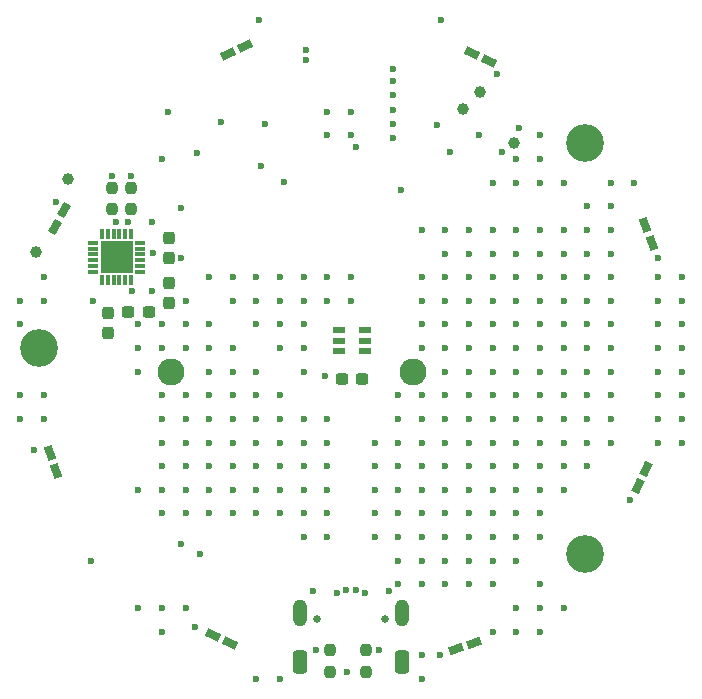
<source format=gts>
%TF.GenerationSoftware,KiCad,Pcbnew,8.0.0*%
%TF.CreationDate,2024-03-12T16:19:55+01:00*%
%TF.ProjectId,BAT2024,42415432-3032-4342-9e6b-696361645f70,1.0*%
%TF.SameCoordinates,Original*%
%TF.FileFunction,Soldermask,Top*%
%TF.FilePolarity,Negative*%
%FSLAX46Y46*%
G04 Gerber Fmt 4.6, Leading zero omitted, Abs format (unit mm)*
G04 Created by KiCad (PCBNEW 8.0.0) date 2024-03-12 16:19:55*
%MOMM*%
%LPD*%
G01*
G04 APERTURE LIST*
G04 Aperture macros list*
%AMRoundRect*
0 Rectangle with rounded corners*
0 $1 Rounding radius*
0 $2 $3 $4 $5 $6 $7 $8 $9 X,Y pos of 4 corners*
0 Add a 4 corners polygon primitive as box body*
4,1,4,$2,$3,$4,$5,$6,$7,$8,$9,$2,$3,0*
0 Add four circle primitives for the rounded corners*
1,1,$1+$1,$2,$3*
1,1,$1+$1,$4,$5*
1,1,$1+$1,$6,$7*
1,1,$1+$1,$8,$9*
0 Add four rect primitives between the rounded corners*
20,1,$1+$1,$2,$3,$4,$5,0*
20,1,$1+$1,$4,$5,$6,$7,0*
20,1,$1+$1,$6,$7,$8,$9,0*
20,1,$1+$1,$8,$9,$2,$3,0*%
%AMRotRect*
0 Rectangle, with rotation*
0 The origin of the aperture is its center*
0 $1 length*
0 $2 width*
0 $3 Rotation angle, in degrees counterclockwise*
0 Add horizontal line*
21,1,$1,$2,0,0,$3*%
G04 Aperture macros list end*
%ADD10RotRect,0.700000X1.200000X295.000000*%
%ADD11RotRect,0.700000X1.200000X65.000000*%
%ADD12RotRect,0.700000X1.200000X155.000000*%
%ADD13RotRect,0.700000X1.200000X200.000000*%
%ADD14RotRect,0.700000X1.200000X330.000000*%
%ADD15RoundRect,0.237500X-0.237500X0.250000X-0.237500X-0.250000X0.237500X-0.250000X0.237500X0.250000X0*%
%ADD16RotRect,0.700000X1.200000X20.000000*%
%ADD17R,0.850000X0.300000*%
%ADD18R,0.300000X0.850000*%
%ADD19R,2.700000X2.700000*%
%ADD20RoundRect,0.237500X-0.237500X0.300000X-0.237500X-0.300000X0.237500X-0.300000X0.237500X0.300000X0*%
%ADD21RoundRect,0.237500X0.237500X-0.250000X0.237500X0.250000X-0.237500X0.250000X-0.237500X-0.250000X0*%
%ADD22RotRect,0.700000X1.200000X110.000000*%
%ADD23RotRect,0.700000X1.200000X245.000000*%
%ADD24R,1.032000X0.622000*%
%ADD25R,1.032000X0.500000*%
%ADD26RoundRect,0.237500X0.300000X0.237500X-0.300000X0.237500X-0.300000X-0.237500X0.300000X-0.237500X0*%
%ADD27RoundRect,0.237500X0.237500X-0.300000X0.237500X0.300000X-0.237500X0.300000X-0.237500X-0.300000X0*%
%ADD28C,2.280000*%
%ADD29C,3.200000*%
%ADD30C,1.000000*%
%ADD31C,0.990600*%
%ADD32C,0.650000*%
%ADD33O,1.204000X2.304000*%
%ADD34RoundRect,0.301000X0.301000X0.701000X-0.301000X0.701000X-0.301000X-0.701000X0.301000X-0.701000X0*%
%ADD35C,0.600000*%
G04 APERTURE END LIST*
D10*
%TO.C,LED7*%
X105261111Y-31778234D03*
X103811019Y-32454424D03*
%TD*%
D11*
%TO.C,LED4*%
X102505065Y-81650631D03*
X103955157Y-82326821D03*
%TD*%
D12*
%TO.C,LED2*%
X138539632Y-69029934D03*
X139215822Y-67579842D03*
%TD*%
D13*
%TO.C,LED1*%
X139692290Y-48398819D03*
X139145058Y-46895311D03*
%TD*%
D14*
%TO.C,LED6*%
X89946275Y-45648290D03*
X89146275Y-47033930D03*
%TD*%
D15*
%TO.C,R8*%
X93978000Y-43740500D03*
X93978000Y-45565500D03*
%TD*%
D16*
%TO.C,LED5*%
X88731715Y-66247180D03*
X89278947Y-67750688D03*
%TD*%
D17*
%TO.C,IC3*%
X96328000Y-50903000D03*
X96328000Y-50403000D03*
X96328000Y-49903000D03*
X96328000Y-49403000D03*
X96328000Y-48903000D03*
X96328000Y-48403000D03*
D18*
X95628000Y-47703000D03*
X95128000Y-47703000D03*
X94628000Y-47703000D03*
X94128000Y-47703000D03*
X93628000Y-47703000D03*
X93128000Y-47703000D03*
D17*
X92428000Y-48403000D03*
X92428000Y-48903000D03*
X92428000Y-49403000D03*
X92428000Y-49903000D03*
X92428000Y-50403000D03*
X92428000Y-50903000D03*
D18*
X93128000Y-51603000D03*
X93628000Y-51603000D03*
X94128000Y-51603000D03*
X94628000Y-51603000D03*
X95128000Y-51603000D03*
X95628000Y-51603000D03*
D19*
X94378000Y-49653000D03*
%TD*%
D20*
%TO.C,C3*%
X98795500Y-51790500D03*
X98795500Y-53515500D03*
%TD*%
D21*
%TO.C,R2*%
X112462000Y-84728000D03*
X112462000Y-82903000D03*
%TD*%
D15*
%TO.C,R7*%
X95578000Y-43740500D03*
X95578000Y-45565500D03*
%TD*%
D22*
%TO.C,LED3*%
X123136181Y-82803286D03*
X124639689Y-82256054D03*
%TD*%
D20*
%TO.C,C2*%
X93628000Y-54328000D03*
X93628000Y-56053000D03*
%TD*%
D23*
%TO.C,LED8*%
X125918936Y-32995368D03*
X124468844Y-32319178D03*
%TD*%
D21*
%TO.C,R1*%
X115462000Y-84728000D03*
X115462000Y-82903000D03*
%TD*%
D24*
%TO.C,MK1*%
X115438000Y-57596000D03*
D25*
X115438000Y-56712000D03*
D24*
X115438000Y-55828000D03*
X113228000Y-55828000D03*
D25*
X113228000Y-56712000D03*
D24*
X113228000Y-57596000D03*
%TD*%
D26*
%TO.C,C4*%
X97090500Y-54269000D03*
X95365500Y-54269000D03*
%TD*%
%TO.C,C9*%
X115195500Y-59928000D03*
X113470500Y-59928000D03*
%TD*%
D27*
%TO.C,C1*%
X98795500Y-49715500D03*
X98795500Y-47990500D03*
%TD*%
D28*
%TO.C,H1*%
X119518000Y-59328000D03*
X99028000Y-59328000D03*
%TD*%
D29*
%TO.C,H4*%
X134028000Y-74728000D03*
%TD*%
%TO.C,H2*%
X134028000Y-39928000D03*
%TD*%
%TO.C,H3*%
X87828000Y-57328000D03*
%TD*%
D30*
%TO.C,S1*%
X87545095Y-49234055D03*
X90310905Y-43021945D03*
%TD*%
D31*
%TO.C,J1*%
X128024051Y-39924051D03*
X123713528Y-37050369D03*
X125150369Y-35613528D03*
%TD*%
D32*
%TO.C,J2*%
X117118000Y-80248000D03*
X111338000Y-80248000D03*
D33*
X118548000Y-79748000D03*
X109908000Y-79748000D03*
D34*
X118548000Y-83928000D03*
X109908000Y-83928000D03*
%TD*%
D35*
X87428000Y-65928000D03*
X120228000Y-53328000D03*
X88228000Y-53328000D03*
X124228000Y-53328000D03*
X121728000Y-83328000D03*
X110228000Y-73328000D03*
X136228000Y-51328000D03*
X128228000Y-59328000D03*
X136228000Y-59328000D03*
X116228000Y-65328000D03*
X124228000Y-59328000D03*
X106228000Y-63328000D03*
X120228000Y-75328000D03*
X110228000Y-51328000D03*
X97373000Y-46669000D03*
X122228000Y-61328000D03*
X98228000Y-67328000D03*
X86228000Y-63328000D03*
X114228000Y-53328000D03*
X126228000Y-61328000D03*
X130228000Y-51328000D03*
X136228000Y-61328000D03*
X142228000Y-57328000D03*
X128228000Y-75328000D03*
X122228000Y-71328000D03*
X98228000Y-63328000D03*
X136228000Y-47328000D03*
X96228000Y-69328000D03*
X128228000Y-41328000D03*
X108228000Y-63328000D03*
X118228000Y-75328000D03*
X112228000Y-69328000D03*
X140228000Y-49728000D03*
X132228000Y-57328000D03*
X132228000Y-49328000D03*
X142228000Y-51328000D03*
X113928000Y-84728000D03*
X124228000Y-57328000D03*
X126228000Y-47328000D03*
X126228000Y-57328000D03*
X118228000Y-61328000D03*
X130228000Y-63328000D03*
X106228000Y-67328000D03*
X122228000Y-75328000D03*
X117428000Y-77928000D03*
X110228000Y-53328000D03*
X124228000Y-75328000D03*
X130228000Y-53328000D03*
X98228000Y-69328000D03*
X140228000Y-63328000D03*
X96228000Y-59328000D03*
X88228000Y-51328000D03*
X134228000Y-49328000D03*
X106228000Y-65328000D03*
X110228000Y-67328000D03*
X130228000Y-79328000D03*
X122628000Y-40728000D03*
X108228000Y-57328000D03*
X136228000Y-43328000D03*
X102228000Y-63328000D03*
X118228000Y-63328000D03*
X120228000Y-67328000D03*
X120228000Y-61328000D03*
X124228000Y-73328000D03*
X101028000Y-80928000D03*
X102228000Y-69328000D03*
X126228000Y-53328000D03*
X120228000Y-71328000D03*
X102228000Y-71328000D03*
X126228000Y-59328000D03*
X142228000Y-65328000D03*
X100228000Y-67328000D03*
X126228000Y-65328000D03*
X124228000Y-65328000D03*
X100228000Y-69328000D03*
X104228000Y-59328000D03*
X126228000Y-77328000D03*
X112228000Y-37328000D03*
X128228000Y-67328000D03*
X124228000Y-69328000D03*
X108228000Y-85328000D03*
X92428000Y-53328000D03*
X130228000Y-57328000D03*
X118228000Y-77328000D03*
X102228000Y-65328000D03*
X110228000Y-71328000D03*
X122228000Y-57328000D03*
X118228000Y-65328000D03*
X102228000Y-51328000D03*
X132228000Y-79328000D03*
X98228000Y-55328000D03*
X96228000Y-57328000D03*
X126228000Y-81328000D03*
X128228000Y-51328000D03*
X112228000Y-73328000D03*
X100228000Y-61328000D03*
X128228000Y-69328000D03*
X124228000Y-49328000D03*
X142228000Y-59328000D03*
X130228000Y-67328000D03*
X132228000Y-67328000D03*
X106228000Y-61328000D03*
X122228000Y-63328000D03*
X120228000Y-83328000D03*
X100228000Y-55328000D03*
X132228000Y-55328000D03*
X126228000Y-71328000D03*
X142228000Y-53328000D03*
X140228000Y-53328000D03*
X126228000Y-55328000D03*
X128228000Y-49328000D03*
X126228000Y-69328000D03*
X116228000Y-73328000D03*
X114228000Y-51328000D03*
X132228000Y-47328000D03*
X108228000Y-51328000D03*
X132228000Y-51328000D03*
X104228000Y-67328000D03*
X112028000Y-59728000D03*
X122228000Y-47328000D03*
X140228000Y-59328000D03*
X122228000Y-65328000D03*
X130228000Y-69328000D03*
X100228000Y-57328000D03*
X122228000Y-77328000D03*
X130228000Y-61328000D03*
X124228000Y-55328000D03*
X128228000Y-71328000D03*
X132228000Y-61328000D03*
X98228000Y-65328000D03*
X134228000Y-63328000D03*
X136228000Y-65328000D03*
X114228000Y-39328000D03*
X128228000Y-73328000D03*
X98228000Y-61328000D03*
X134228000Y-67328000D03*
X124228000Y-71328000D03*
X137828000Y-70228000D03*
X92228000Y-75328000D03*
X104228000Y-61328000D03*
X98228000Y-41328000D03*
X126228000Y-49328000D03*
X122228000Y-49328000D03*
X136228000Y-45328000D03*
X130228000Y-47328000D03*
X128228000Y-47328000D03*
X112228000Y-39328000D03*
X98228000Y-79328000D03*
X134228000Y-57328000D03*
X120228000Y-57328000D03*
X106228000Y-71328000D03*
X106228000Y-53328000D03*
X102228000Y-55328000D03*
X120228000Y-63328000D03*
X130228000Y-41328000D03*
X136228000Y-63328000D03*
X132228000Y-65328000D03*
X124228000Y-77328000D03*
X140228000Y-65328000D03*
X96228000Y-79328000D03*
X120228000Y-51328000D03*
X122228000Y-59328000D03*
X128228000Y-79328000D03*
X98228000Y-81328000D03*
X104228000Y-69328000D03*
X102228000Y-67328000D03*
X130228000Y-55328000D03*
X126628000Y-34128000D03*
X122228000Y-55328000D03*
X124228000Y-51328000D03*
X132228000Y-63328000D03*
X120228000Y-73328000D03*
X118228000Y-69328000D03*
X128228000Y-81328000D03*
X108228000Y-53328000D03*
X128228000Y-53328000D03*
X140228000Y-61328000D03*
X134228000Y-51328000D03*
X128228000Y-65328000D03*
X102228000Y-61328000D03*
X96228000Y-55328000D03*
X132228000Y-53328000D03*
X104228000Y-57328000D03*
X130228000Y-39328000D03*
X120228000Y-65328000D03*
X98228000Y-57328000D03*
X108228000Y-67328000D03*
X112228000Y-63328000D03*
X122228000Y-69328000D03*
X88228000Y-61328000D03*
X86228000Y-55328000D03*
X126228000Y-73328000D03*
X128228000Y-55328000D03*
X134228000Y-59328000D03*
X104228000Y-53328000D03*
X136228000Y-55328000D03*
X118228000Y-67328000D03*
X128228000Y-61328000D03*
X130228000Y-77328000D03*
X118228000Y-73328000D03*
X126228000Y-51328000D03*
X106228000Y-69328000D03*
X121828000Y-29528000D03*
X110228000Y-65328000D03*
X126228000Y-43328000D03*
X140228000Y-57328000D03*
X140228000Y-55328000D03*
X106228000Y-55328000D03*
X98228000Y-71328000D03*
X132228000Y-69328000D03*
X124228000Y-47328000D03*
X100228000Y-63328000D03*
X120228000Y-85328000D03*
X134228000Y-47328000D03*
X108228000Y-55328000D03*
X100228000Y-71328000D03*
X104228000Y-63328000D03*
X112228000Y-71328000D03*
X108228000Y-61328000D03*
X106228000Y-85328000D03*
X130228000Y-59328000D03*
X89228000Y-44928000D03*
X106228000Y-59328000D03*
X104228000Y-71328000D03*
X140228000Y-51328000D03*
X124228000Y-61328000D03*
X120228000Y-55328000D03*
X122228000Y-53328000D03*
X128228000Y-43328000D03*
X134228000Y-53328000D03*
X110228000Y-63328000D03*
X136228000Y-49328000D03*
X130228000Y-73328000D03*
X100228000Y-79328000D03*
X128228000Y-63328000D03*
X132228000Y-59328000D03*
X126228000Y-63328000D03*
X102228000Y-59328000D03*
X142228000Y-55328000D03*
X100228000Y-65328000D03*
X110228000Y-55328000D03*
X116228000Y-67328000D03*
X122228000Y-51328000D03*
X126228000Y-75328000D03*
X112228000Y-65328000D03*
X136228000Y-53328000D03*
X110228000Y-69328000D03*
X120228000Y-77328000D03*
X86228000Y-61328000D03*
X114228000Y-37328000D03*
X124228000Y-67328000D03*
X132228000Y-43328000D03*
X116228000Y-69328000D03*
X126228000Y-67328000D03*
X130228000Y-43328000D03*
X88228000Y-63328000D03*
X108228000Y-65328000D03*
X104228000Y-51328000D03*
X108228000Y-71328000D03*
X138228000Y-43328000D03*
X124228000Y-63328000D03*
X122228000Y-67328000D03*
X112228000Y-67328000D03*
X116228000Y-71328000D03*
X122228000Y-73328000D03*
X106228000Y-51328000D03*
X106628000Y-41928000D03*
X130228000Y-71328000D03*
X100228000Y-53328000D03*
X86228000Y-53328000D03*
X106428000Y-29528000D03*
X120228000Y-47328000D03*
X111028000Y-77928000D03*
X134228000Y-45328000D03*
X110228000Y-59328000D03*
X130228000Y-81328000D03*
X130228000Y-65328000D03*
X112228000Y-53328000D03*
X108578000Y-43228000D03*
X104228000Y-65328000D03*
X134228000Y-65328000D03*
X102228000Y-57328000D03*
X128228000Y-57328000D03*
X108228000Y-69328000D03*
X134228000Y-55328000D03*
X142228000Y-61328000D03*
X136228000Y-57328000D03*
X110228000Y-57328000D03*
X118228000Y-71328000D03*
X120228000Y-69328000D03*
X130228000Y-49328000D03*
X134228000Y-61328000D03*
X142228000Y-63328000D03*
X112228000Y-51328000D03*
X99828000Y-45490500D03*
X103228000Y-38228000D03*
X101228000Y-40828000D03*
X127028000Y-40728000D03*
X118454000Y-43928000D03*
X97386542Y-52455460D03*
X95728000Y-52469000D03*
X99828000Y-73928000D03*
X101428000Y-74728000D03*
X117828000Y-39528000D03*
X114652458Y-77831688D03*
X113828000Y-77828000D03*
X128428000Y-38728000D03*
X117828000Y-38328000D03*
X121528000Y-38428000D03*
X117828000Y-35928000D03*
X117828000Y-33728000D03*
X115428000Y-78028000D03*
X125028000Y-39328000D03*
X117828000Y-34728000D03*
X110428000Y-32928000D03*
X95628000Y-42728000D03*
X95373000Y-46669000D03*
X113028000Y-78028000D03*
X117828000Y-37128000D03*
X98704000Y-37328000D03*
X106928000Y-38328000D03*
X97473000Y-49303000D03*
X99828000Y-49728000D03*
X114628000Y-40328000D03*
X94028000Y-42753000D03*
X110428000Y-32077997D03*
X94373000Y-46669000D03*
X111228000Y-82928000D03*
X116628000Y-82928000D03*
M02*

</source>
